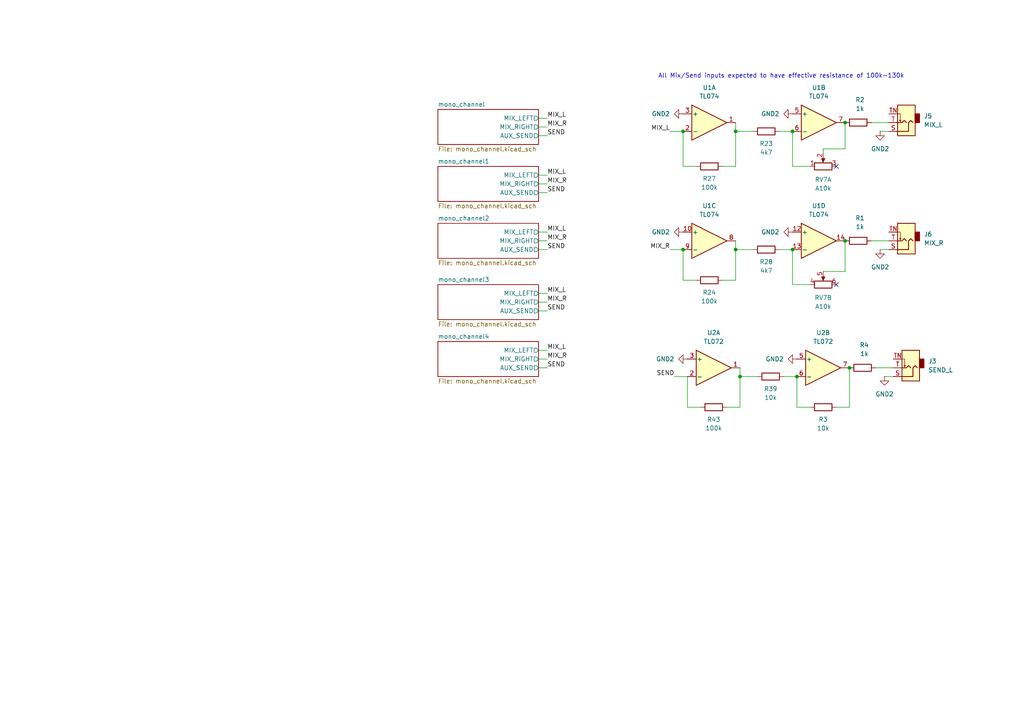
<source format=kicad_sch>
(kicad_sch (version 20231120) (generator "eeschema") (generator_version "8.0")
  (paper "A4")
  (lib_symbols
    (symbol "Connector_Audio:AudioJack2_SwitchT"
      (property "Reference" "J" (at 0 8.89 0))
      (property "Value" "AudioJack2_SwitchT" (at 0 6.35 0))
      (symbol "AudioJack2_SwitchT_0_1"
        (rectangle (start -2.54 0) (end -3.81 -2.54) (stroke (width 0.254)) (fill (type outline)))
        (polyline (pts (xy 1.778 -0.254) (xy 2.032 -0.762)))
        (polyline (pts (xy 0 0) (xy 0.635 -0.635) (xy 1.27 0) (xy 2.54 0)) (stroke (width 0.254)))
        (polyline (pts (xy 2.54 -2.54) (xy 1.778 -2.54) (xy 1.778 -0.254) (xy 1.524 -0.762)))
        (polyline (pts (xy 2.54 2.54) (xy -0.635 2.54) (xy -0.635 0) (xy -1.27 -0.635) (xy -1.905 0)) (stroke (width 0.254)))
        (rectangle (start 2.54 3.81) (end -2.54 -5.08) (stroke (width 0.254)) (fill (type background)))
      )
      (symbol "AudioJack2_SwitchT_1_1"
        (pin passive line (at 5.08 2.54 180) (length 2.54) (name "~") (number "S"))
        (pin passive line (at 5.08 0 180) (length 2.54) (name "~") (number "T"))
        (pin passive line (at 5.08 -2.54 180) (length 2.54) (name "~") (number "TN"))
      )
    )
    (symbol "Device:R" (pin_numbers hide) (pin_names (offset 0))
      (property "Reference" "R" (at 2.032 0 90))
      (property "Value" "R" (at 0 0 90))
      (symbol "R_0_1"
        (rectangle (start -1.016 -2.54) (end 1.016 2.54) (stroke (width 0.254)))
      )
      (symbol "R_1_1"
        (pin passive line (at 0 3.81 270) (length 1.27) (name "~") (number "1"))
        (pin passive line (at 0 -3.81 90) (length 1.27) (name "~") (number "2"))
      )
    )
    (symbol "Device:R_Potentiometer_Dual_Separate" (pin_names (offset 1.016) hide)
      (property "Reference" "RV" (at -4.445 0 90))
      (property "Value" "R_Potentiometer_Dual_Separate" (at -2.54 0 90))
      (symbol "R_Potentiometer_Dual_Separate_0_1"
        (polyline (pts (xy 2.54 0) (xy 1.524 0)))
        (polyline (pts (xy 1.143 0) (xy 2.286 0.508) (xy 2.286 -0.508) (xy 1.143 0)) (fill (type outline)))
        (rectangle (start 1.016 2.54) (end -1.016 -2.54) (stroke (width 0.254)))
      )
      (symbol "R_Potentiometer_Dual_Separate_1_1"
        (pin passive line (at 0 3.81 270) (length 1.27) (name "1") (number "1"))
        (pin passive line (at 3.81 0 180) (length 1.27) (name "2") (number "2"))
        (pin passive line (at 0 -3.81 90) (length 1.27) (name "3") (number "3"))
      )
      (symbol "R_Potentiometer_Dual_Separate_2_1"
        (pin passive line (at 0 3.81 270) (length 1.27) (name "4") (number "4"))
        (pin passive line (at 3.81 0 180) (length 1.27) (name "5") (number "5"))
        (pin passive line (at 0 -3.81 90) (length 1.27) (name "6") (number "6"))
      )
    )
    (symbol "KitsBlips:TL072" (pin_names (offset 0.127))
      (property "Reference" "U" (at 0 5.08 0))
      (property "Value" "TL072" (at 0 -5.08 0))
      (symbol "TL072_1_1"
        (polyline (pts (xy -5.08 5.08) (xy 5.08 0) (xy -5.08 -5.08) (xy -5.08 5.08)) (stroke (width 0.254)) (fill (type background)))
        (pin output line (at 7.62 0 180) (length 2.54) (name "~") (number "1"))
        (pin input line (at -7.62 -2.54 0) (length 2.54) (name "-") (number "2"))
        (pin input line (at -7.62 2.54 0) (length 2.54) (name "+") (number "3"))
      )
      (symbol "TL072_2_1"
        (polyline (pts (xy -5.08 5.08) (xy 5.08 0) (xy -5.08 -5.08) (xy -5.08 5.08)) (stroke (width 0.254)) (fill (type background)))
        (pin input line (at -7.62 2.54 0) (length 2.54) (name "+") (number "5"))
        (pin input line (at -7.62 -2.54 0) (length 2.54) (name "-") (number "6"))
        (pin output line (at 7.62 0 180) (length 2.54) (name "~") (number "7"))
      )
      (symbol "TL072_3_1"
        (pin power_in line (at -2.54 -7.62 90) (length 3.81) (name "V-") (number "4"))
        (pin power_in line (at -2.54 7.62 270) (length 3.81) (name "V+") (number "8"))
      )
    )
    (symbol "KitsBlips:TL074" (pin_names (offset 0.127))
      (property "Reference" "U" (at 0 5.08 0))
      (property "Value" "TL074" (at 0 -5.08 0))
      (symbol "TL074_1_1"
        (polyline (pts (xy -5.08 5.08) (xy 5.08 0) (xy -5.08 -5.08) (xy -5.08 5.08)) (stroke (width 0.254)) (fill (type background)))
        (pin output line (at 7.62 0 180) (length 2.54) (name "~") (number "1"))
        (pin input line (at -7.62 -2.54 0) (length 2.54) (name "-") (number "2"))
        (pin input line (at -7.62 2.54 0) (length 2.54) (name "+") (number "3"))
      )
      (symbol "TL074_2_1"
        (polyline (pts (xy -5.08 5.08) (xy 5.08 0) (xy -5.08 -5.08) (xy -5.08 5.08)) (stroke (width 0.254)) (fill (type background)))
        (pin input line (at -7.62 2.54 0) (length 2.54) (name "+") (number "5"))
        (pin input line (at -7.62 -2.54 0) (length 2.54) (name "-") (number "6"))
        (pin output line (at 7.62 0 180) (length 2.54) (name "~") (number "7"))
      )
      (symbol "TL074_3_1"
        (polyline (pts (xy -5.08 5.08) (xy 5.08 0) (xy -5.08 -5.08) (xy -5.08 5.08)) (stroke (width 0.254)) (fill (type background)))
        (pin input line (at -7.62 2.54 0) (length 2.54) (name "+") (number "10"))
        (pin output line (at 7.62 0 180) (length 2.54) (name "~") (number "8"))
        (pin input line (at -7.62 -2.54 0) (length 2.54) (name "-") (number "9"))
      )
      (symbol "TL074_4_1"
        (polyline (pts (xy -5.08 5.08) (xy 5.08 0) (xy -5.08 -5.08) (xy -5.08 5.08)) (stroke (width 0.254)) (fill (type background)))
        (pin input line (at -7.62 2.54 0) (length 2.54) (name "+") (number "12"))
        (pin input line (at -7.62 -2.54 0) (length 2.54) (name "-") (number "13"))
        (pin output line (at 7.62 0 180) (length 2.54) (name "~") (number "14"))
      )
      (symbol "TL074_5_1"
        (pin power_in line (at -2.54 -7.62 90) (length 3.81) (name "V-") (number "11"))
        (pin power_in line (at -2.54 7.62 270) (length 3.81) (name "V+") (number "4"))
      )
    )
    (symbol "power:GND2" (power) (pin_numbers hide) (pin_names (offset 0) hide)
      (property "Value" "GND2" (at 0 -3.81 0))
      (symbol "GND2_0_1"
        (polyline (pts (xy 0 0) (xy 0 -1.27) (xy 1.27 -1.27) (xy 0 -2.54) (xy -1.27 -1.27) (xy 0 -1.27)))
      )
      (symbol "GND2_1_1"
        (pin power_in line (at 0 0 270) (length 0) (name "~") (number "1"))
      )
    )
  )
  (junction (at 213.36 38.1))
  (junction (at 245.11 35.56))
  (junction (at 229.87 72.39))
  (junction (at 213.36 72.39))
  (junction (at 231.14 109.22))
  (junction (at 229.87 38.1))
  (junction (at 214.63 109.22))
  (junction (at 246.38 106.68))
  (junction (at 198.12 38.1))
  (junction (at 245.11 69.85))
  (junction (at 198.12 72.39))
  (no_connect (at 242.57 82.55))
  (no_connect (at 242.57 48.26))
  (wire (pts (xy 199.39 118.11) (xy 199.39 109.22)))
  (wire (pts (xy 246.38 106.68) (xy 246.38 118.11)))
  (wire (pts (xy 252.73 69.85) (xy 257.81 69.85)))
  (wire (pts (xy 156.21 104.14) (xy 158.75 104.14)))
  (wire (pts (xy 227.33 109.22) (xy 231.14 109.22)))
  (wire (pts (xy 156.21 69.85) (xy 158.75 69.85)))
  (wire (pts (xy 198.12 48.26) (xy 198.12 38.1)))
  (wire (pts (xy 209.55 81.28) (xy 213.36 81.28)))
  (wire (pts (xy 257.81 38.1) (xy 255.27 38.1)))
  (wire (pts (xy 194.31 38.1) (xy 198.12 38.1)))
  (wire (pts (xy 156.21 101.6) (xy 158.75 101.6)))
  (wire (pts (xy 156.21 39.37) (xy 158.75 39.37)))
  (wire (pts (xy 213.36 38.1) (xy 218.44 38.1)))
  (wire (pts (xy 226.06 38.1) (xy 229.87 38.1)))
  (wire (pts (xy 156.21 53.34) (xy 158.75 53.34)))
  (wire (pts (xy 245.11 69.85) (xy 245.11 78.74)))
  (wire (pts (xy 195.58 109.22) (xy 199.39 109.22)))
  (wire (pts (xy 156.21 34.29) (xy 158.75 34.29)))
  (wire (pts (xy 156.21 85.09) (xy 158.75 85.09)))
  (wire (pts (xy 257.81 72.39) (xy 255.27 72.39)))
  (wire (pts (xy 156.21 90.17) (xy 158.75 90.17)))
  (wire (pts (xy 238.76 78.74) (xy 245.11 78.74)))
  (wire (pts (xy 229.87 48.26) (xy 234.95 48.26)))
  (wire (pts (xy 214.63 106.68) (xy 214.63 109.22)))
  (wire (pts (xy 213.36 72.39) (xy 218.44 72.39)))
  (wire (pts (xy 156.21 72.39) (xy 158.75 72.39)))
  (wire (pts (xy 213.36 38.1) (xy 213.36 48.26)))
  (wire (pts (xy 156.21 106.68) (xy 158.75 106.68)))
  (wire (pts (xy 156.21 87.63) (xy 158.75 87.63)))
  (wire (pts (xy 194.31 72.39) (xy 198.12 72.39)))
  (wire (pts (xy 246.38 118.11) (xy 242.57 118.11)))
  (wire (pts (xy 213.36 81.28) (xy 213.36 72.39)))
  (wire (pts (xy 231.14 118.11) (xy 234.95 118.11)))
  (wire (pts (xy 214.63 118.11) (xy 214.63 109.22)))
  (wire (pts (xy 231.14 109.22) (xy 231.14 118.11)))
  (wire (pts (xy 156.21 55.88) (xy 158.75 55.88)))
  (wire (pts (xy 201.93 81.28) (xy 198.12 81.28)))
  (wire (pts (xy 209.55 48.26) (xy 213.36 48.26)))
  (wire (pts (xy 156.21 67.31) (xy 158.75 67.31)))
  (wire (pts (xy 156.21 36.83) (xy 158.75 36.83)))
  (wire (pts (xy 201.93 48.26) (xy 198.12 48.26)))
  (wire (pts (xy 245.11 43.18) (xy 245.11 35.56)))
  (wire (pts (xy 238.76 43.18) (xy 238.76 44.45)))
  (wire (pts (xy 213.36 35.56) (xy 213.36 38.1)))
  (wire (pts (xy 214.63 109.22) (xy 219.71 109.22)))
  (wire (pts (xy 198.12 81.28) (xy 198.12 72.39)))
  (wire (pts (xy 254 106.68) (xy 259.08 106.68)))
  (wire (pts (xy 259.08 109.22) (xy 256.54 109.22)))
  (wire (pts (xy 229.87 72.39) (xy 229.87 82.55)))
  (wire (pts (xy 213.36 69.85) (xy 213.36 72.39)))
  (wire (pts (xy 229.87 48.26) (xy 229.87 38.1)))
  (wire (pts (xy 226.06 72.39) (xy 229.87 72.39)))
  (wire (pts (xy 210.82 118.11) (xy 214.63 118.11)))
  (wire (pts (xy 203.2 118.11) (xy 199.39 118.11)))
  (wire (pts (xy 229.87 82.55) (xy 234.95 82.55)))
  (wire (pts (xy 238.76 43.18) (xy 245.11 43.18)))
  (wire (pts (xy 156.21 50.8) (xy 158.75 50.8)))
  (wire (pts (xy 252.73 35.56) (xy 257.81 35.56)))
  (text "All Mix/Send inputs expected to have effective resistance of 100k-130k" (at 226.568 22.098 0) (effects (font (size 1.27 1.27))))
  (label "MIX_R" (at 158.75 87.63 0))
  (label "SEND" (at 158.75 72.39 0))
  (label "MIX_R" (at 194.31 72.39 180))
  (label "SEND" (at 158.75 39.37 0))
  (label "MIX_R" (at 158.75 53.34 0))
  (label "SEND" (at 158.75 106.68 0))
  (label "MIX_R" (at 158.75 36.83 0))
  (label "MIX_L" (at 158.75 67.31 0))
  (label "MIX_L" (at 158.75 50.8 0))
  (label "MIX_R" (at 158.75 69.85 0))
  (label "SEND" (at 158.75 55.88 0))
  (label "SEND" (at 195.58 109.22 180))
  (label "MIX_R" (at 158.75 104.14 0))
  (label "MIX_L" (at 158.75 101.6 0))
  (label "MIX_L" (at 158.75 34.29 0))
  (label "SEND" (at 158.75 90.17 0))
  (label "MIX_L" (at 158.75 85.09 0))
  (label "MIX_L" (at 194.31 38.1 180))
  (symbol (lib_id "power:GND2") (at 255.27 38.1 0) (unit 1)
    (property "Reference" "#PWR022" (effects (hide yes)))
    (property "Value" "GND2" (at 255.27 43.18 0))
    (property "Description" "Power symbol creates a global label with name \"GND2\" , ground" (effects (hide yes)))
  )
  (symbol (lib_id "Device:R_Potentiometer_Dual_Separate") (at 238.76 48.26 90) (unit 1)
    (property "Reference" "RV7" (at 238.76 52.07 90))
    (property "Value" "A10k" (at 238.76 54.61 90))
    (property "Footprint" "KitsBlips:Potentiometer_Alpha_RD902F-40-00D_Dual_Vertical" (effects (hide yes)))
    (property "Description" "Dual potentiometer, separate units" (effects (hide yes)))
  )
  (symbol (lib_id "Device:R") (at 205.74 81.28 270) (unit 1)
    (property "Reference" "R24" (at 205.74 84.836 90))
    (property "Value" "100k" (at 205.74 87.376 90))
    (property "Footprint" "Resistor_SMD:R_0603_1608Metric_Pad0.98x0.95mm_HandSolder" (effects (hide yes)))
    (property "Description" "Resistor" (effects (hide yes)))
  )
  (symbol (lib_id "power:GND2") (at 199.39 104.14 270) (unit 1)
    (property "Reference" "#PWR014" (effects (hide yes)))
    (property "Value" "GND2" (at 195.58 104.1399 90) (effects (justify right)))
    (property "Description" "Power symbol creates a global label with name \"GND2\" , ground" (effects (hide yes)))
  )
  (symbol (lib_id "KitsBlips:TL074") (at 237.49 69.85 0) (unit 4)
    (property "Reference" "U1" (at 237.49 59.69 0))
    (property "Value" "TL074" (at 237.49 62.23 0))
    (property "Footprint" "Package_SO:SOIC-14_3.9x8.7mm_P1.27mm" (effects (hide yes)))
    (property "Datasheet" "http://www.ti.com/lit/ds/symlink/tl071.pdf" (effects (hide yes)))
    (property "Description" "Quad Low-Noise JFET-Input Operational Amplifiers, DIP-14/SOIC-14" (effects (hide yes)))
  )
  (symbol (lib_id "power:GND2") (at 256.54 109.22 0) (unit 1)
    (property "Reference" "#PWR017" (effects (hide yes)))
    (property "Value" "GND2" (at 256.54 114.3 0))
    (property "Description" "Power symbol creates a global label with name \"GND2\" , ground" (effects (hide yes)))
  )
  (symbol (lib_id "Device:R") (at 223.52 109.22 270) (unit 1)
    (property "Reference" "R39" (at 223.52 112.776 90))
    (property "Value" "10k" (at 223.52 115.316 90))
    (property "Footprint" "Resistor_SMD:R_0603_1608Metric_Pad0.98x0.95mm_HandSolder" (effects (hide yes)))
    (property "Description" "Resistor" (effects (hide yes)))
  )
  (symbol (lib_id "power:GND2") (at 198.12 33.02 270) (unit 1)
    (property "Reference" "#PWR05" (effects (hide yes)))
    (property "Value" "GND2" (at 194.31 33.0199 90) (effects (justify right)))
    (property "Description" "Power symbol creates a global label with name \"GND2\" , ground" (effects (hide yes)))
  )
  (symbol (lib_id "Device:R") (at 250.19 106.68 270) (unit 1)
    (property "Reference" "R4" (at 250.698 100.076 90))
    (property "Value" "1k" (at 250.698 102.616 90))
    (property "Footprint" "Resistor_SMD:R_0603_1608Metric_Pad0.98x0.95mm_HandSolder" (effects (hide yes)))
    (property "Description" "Resistor" (effects (hide yes)))
  )
  (symbol (lib_id "power:GND2") (at 255.27 72.39 0) (unit 1)
    (property "Reference" "#PWR028" (effects (hide yes)))
    (property "Value" "GND2" (at 255.27 77.47 0))
    (property "Description" "Power symbol creates a global label with name \"GND2\" , ground" (effects (hide yes)))
  )
  (symbol (lib_id "Device:R") (at 207.01 118.11 270) (unit 1)
    (property "Reference" "R43" (at 207.01 121.666 90))
    (property "Value" "100k" (at 207.01 124.206 90))
    (property "Footprint" "Resistor_SMD:R_0603_1608Metric_Pad0.98x0.95mm_HandSolder" (effects (hide yes)))
    (property "Description" "Resistor" (effects (hide yes)))
  )
  (symbol (lib_id "Device:R") (at 248.92 69.85 270) (unit 1)
    (property "Reference" "R1" (at 249.428 63.246 90))
    (property "Value" "1k" (at 249.428 65.786 90))
    (property "Footprint" "Resistor_SMD:R_0603_1608Metric_Pad0.98x0.95mm_HandSolder" (effects (hide yes)))
    (property "Description" "Resistor" (effects (hide yes)))
  )
  (symbol (lib_id "Device:R") (at 248.92 35.56 270) (unit 1)
    (property "Reference" "R2" (at 249.428 28.956 90))
    (property "Value" "1k" (at 249.428 31.496 90))
    (property "Footprint" "Resistor_SMD:R_0603_1608Metric_Pad0.98x0.95mm_HandSolder" (effects (hide yes)))
    (property "Description" "Resistor" (effects (hide yes)))
  )
  (symbol (lib_id "Connector_Audio:AudioJack2_SwitchT") (at 262.89 69.85 180) (unit 1)
    (property "Reference" "J6" (at 267.97 67.9449 0) (effects (justify right)))
    (property "Value" "MIX_R" (at 267.97 70.4849 0) (effects (justify right)))
    (property "Footprint" "KitsBlips:Jack_3.5mm_QingPu_WQP-PJ398SM_Vertical_CircularHoles" (effects (hide yes)))
    (property "Description" "Audio Jack, 2 Poles (Mono / TS), Switched T Pole (Normalling)" (effects (hide yes)))
  )
  (symbol (lib_id "power:GND2") (at 198.12 67.31 270) (unit 1)
    (property "Reference" "#PWR07" (effects (hide yes)))
    (property "Value" "GND2" (at 194.31 67.3099 90) (effects (justify right)))
    (property "Description" "Power symbol creates a global label with name \"GND2\" , ground" (effects (hide yes)))
  )
  (symbol (lib_id "Connector_Audio:AudioJack2_SwitchT") (at 264.16 106.68 180) (unit 1)
    (property "Reference" "J3" (at 269.24 104.7749 0) (effects (justify right)))
    (property "Value" "SEND_L" (at 269.24 107.3149 0) (effects (justify right)))
    (property "Footprint" "KitsBlips:Jack_3.5mm_QingPu_WQP-PJ398SM_Vertical_CircularHoles" (effects (hide yes)))
    (property "Description" "Audio Jack, 2 Poles (Mono / TS), Switched T Pole (Normalling)" (effects (hide yes)))
  )
  (symbol (lib_id "Device:R") (at 222.25 72.39 270) (unit 1)
    (property "Reference" "R28" (at 222.25 75.946 90))
    (property "Value" "4k7" (at 222.25 78.486 90))
    (property "Footprint" "Resistor_SMD:R_0603_1608Metric_Pad0.98x0.95mm_HandSolder" (effects (hide yes)))
    (property "Description" "Resistor" (effects (hide yes)))
  )
  (symbol (lib_id "Device:R_Potentiometer_Dual_Separate") (at 238.76 82.55 90) (unit 2)
    (property "Reference" "RV7" (at 238.76 86.36 90))
    (property "Value" "A10k" (at 238.76 88.9 90))
    (property "Footprint" "KitsBlips:Potentiometer_Alpha_RD902F-40-00D_Dual_Vertical" (effects (hide yes)))
    (property "Description" "Dual potentiometer, separate units" (effects (hide yes)))
  )
  (symbol (lib_id "Device:R") (at 238.76 118.11 270) (unit 1)
    (property "Reference" "R3" (at 238.76 121.666 90))
    (property "Value" "10k" (at 238.76 124.206 90))
    (property "Footprint" "Resistor_SMD:R_0603_1608Metric_Pad0.98x0.95mm_HandSolder" (effects (hide yes)))
    (property "Description" "Resistor" (effects (hide yes)))
  )
  (symbol (lib_id "power:GND2") (at 231.14 104.14 270) (unit 1)
    (property "Reference" "#PWR016" (effects (hide yes)))
    (property "Value" "GND2" (at 227.33 104.1399 90) (effects (justify right)))
    (property "Description" "Power symbol creates a global label with name \"GND2\" , ground" (effects (hide yes)))
  )
  (symbol (lib_id "KitsBlips:TL072") (at 207.01 106.68 0) (unit 1)
    (property "Reference" "U2" (at 207.01 96.52 0))
    (property "Value" "TL072" (at 207.01 99.06 0))
    (property "Footprint" "Package_SO:SOIC-8_3.9x4.9mm_P1.27mm" (effects (hide yes)))
    (property "Datasheet" "http://www.ti.com/lit/ds/symlink/tl071.pdf" (effects (hide yes)))
    (property "Description" "Dual Low-Noise JFET-Input Operational Amplifiers, DIP-8/SOIC-8" (effects (hide yes)))
  )
  (symbol (lib_id "Device:R") (at 222.25 38.1 270) (unit 1)
    (property "Reference" "R23" (at 222.25 41.656 90))
    (property "Value" "4k7" (at 222.25 44.196 90))
    (property "Footprint" "Resistor_SMD:R_0603_1608Metric_Pad0.98x0.95mm_HandSolder" (effects (hide yes)))
    (property "Description" "Resistor" (effects (hide yes)))
  )
  (symbol (lib_id "KitsBlips:TL074") (at 205.74 69.85 0) (unit 3)
    (property "Reference" "U1" (at 205.74 59.69 0))
    (property "Value" "TL074" (at 205.74 62.23 0))
    (property "Footprint" "Package_SO:SOIC-14_3.9x8.7mm_P1.27mm" (effects (hide yes)))
    (property "Datasheet" "http://www.ti.com/lit/ds/symlink/tl071.pdf" (effects (hide yes)))
    (property "Description" "Quad Low-Noise JFET-Input Operational Amplifiers, DIP-14/SOIC-14" (effects (hide yes)))
  )
  (symbol (lib_id "KitsBlips:TL074") (at 237.49 35.56 0) (unit 2)
    (property "Reference" "U1" (at 237.49 25.4 0))
    (property "Value" "TL074" (at 237.49 27.94 0))
    (property "Footprint" "Package_SO:SOIC-14_3.9x8.7mm_P1.27mm" (effects (hide yes)))
    (property "Datasheet" "http://www.ti.com/lit/ds/symlink/tl071.pdf" (effects (hide yes)))
    (property "Description" "Quad Low-Noise JFET-Input Operational Amplifiers, DIP-14/SOIC-14" (effects (hide yes)))
  )
  (symbol (lib_id "power:GND2") (at 229.87 67.31 270) (unit 1)
    (property "Reference" "#PWR020" (effects (hide yes)))
    (property "Value" "GND2" (at 226.06 67.3099 90) (effects (justify right)))
    (property "Description" "Power symbol creates a global label with name \"GND2\" , ground" (effects (hide yes)))
  )
  (symbol (lib_id "Connector_Audio:AudioJack2_SwitchT") (at 262.89 35.56 180) (unit 1)
    (property "Reference" "J5" (at 267.97 33.6549 0) (effects (justify right)))
    (property "Value" "MIX_L" (at 267.97 36.1949 0) (effects (justify right)))
    (property "Footprint" "KitsBlips:Jack_3.5mm_QingPu_WQP-PJ398SM_Vertical_CircularHoles" (effects (hide yes)))
    (property "Description" "Audio Jack, 2 Poles (Mono / TS), Switched T Pole (Normalling)" (effects (hide yes)))
  )
  (symbol (lib_id "power:GND2") (at 229.87 33.02 270) (unit 1)
    (property "Reference" "#PWR019" (effects (hide yes)))
    (property "Value" "GND2" (at 226.06 33.0199 90) (effects (justify right)))
    (property "Description" "Power symbol creates a global label with name \"GND2\" , ground" (effects (hide yes)))
  )
  (symbol (lib_id "Device:R") (at 205.74 48.26 270) (unit 1)
    (property "Reference" "R27" (at 205.74 51.816 90))
    (property "Value" "100k" (at 205.74 54.356 90))
    (property "Footprint" "Resistor_SMD:R_0603_1608Metric_Pad0.98x0.95mm_HandSolder" (effects (hide yes)))
    (property "Description" "Resistor" (effects (hide yes)))
  )
  (symbol (lib_id "KitsBlips:TL074") (at 205.74 35.56 0) (unit 1)
    (property "Reference" "U1" (at 205.74 25.4 0))
    (property "Value" "TL074" (at 205.74 27.94 0))
    (property "Footprint" "Package_SO:SOIC-14_3.9x8.7mm_P1.27mm" (effects (hide yes)))
    (property "Datasheet" "http://www.ti.com/lit/ds/symlink/tl071.pdf" (effects (hide yes)))
    (property "Description" "Quad Low-Noise JFET-Input Operational Amplifiers, DIP-14/SOIC-14" (effects (hide yes)))
  )
  (symbol (lib_id "KitsBlips:TL072") (at 238.76 106.68 0) (unit 2)
    (property "Reference" "U2" (at 238.76 96.52 0))
    (property "Value" "TL072" (at 238.76 99.06 0))
    (property "Footprint" "Package_SO:SOIC-8_3.9x4.9mm_P1.27mm" (effects (hide yes)))
    (property "Datasheet" "http://www.ti.com/lit/ds/symlink/tl071.pdf" (effects (hide yes)))
    (property "Description" "Dual Low-Noise JFET-Input Operational Amplifiers, DIP-8/SOIC-8" (effects (hide yes)))
  )
  (sheet (at 127 64.77) (size 29.21 10.16) (stroke (width 0.1524))
    (property "Sheetname" "mono_channel2" (at 127 64.0584 0) (effects (justify left bottom)))
    (property "Sheetfile" "mono_channel.kicad_sch" (at 127 75.5146 0) (effects (justify left top)))
    (pin "MIX_RIGHT" output (at 156.21 69.85 0))
    (pin "MIX_LEFT" output (at 156.21 67.31 0))
    (pin "AUX_SEND" output (at 156.21 72.39 0))
  )
  (sheet (at 127 82.55) (size 29.21 10.16) (stroke (width 0.1524))
    (property "Sheetname" "mono_channel3" (at 127 81.8384 0) (effects (justify left bottom)))
    (property "Sheetfile" "mono_channel.kicad_sch" (at 127 93.2946 0) (effects (justify left top)))
    (pin "MIX_RIGHT" output (at 156.21 87.63 0))
    (pin "MIX_LEFT" output (at 156.21 85.09 0))
    (pin "AUX_SEND" output (at 156.21 90.17 0))
  )
  (sheet (at 127 31.75) (size 29.21 10.16) (stroke (width 0.1524))
    (property "Sheetname" "mono_channel" (at 127 31.0384 0) (effects (justify left bottom)))
    (property "Sheetfile" "mono_channel.kicad_sch" (at 127 42.4946 0) (effects (justify left top)))
    (pin "MIX_RIGHT" output (at 156.21 36.83 0))
    (pin "MIX_LEFT" output (at 156.21 34.29 0))
    (pin "AUX_SEND" output (at 156.21 39.37 0))
  )
  (sheet (at 127 48.26) (size 29.21 10.16) (stroke (width 0.1524))
    (property "Sheetname" "mono_channel1" (at 127 47.5484 0) (effects (justify left bottom)))
    (property "Sheetfile" "mono_channel.kicad_sch" (at 127 59.0046 0) (effects (justify left top)))
    (pin "MIX_RIGHT" output (at 156.21 53.34 0))
    (pin "MIX_LEFT" output (at 156.21 50.8 0))
    (pin "AUX_SEND" output (at 156.21 55.88 0))
  )
  (sheet (at 127 99.06) (size 29.21 10.16) (stroke (width 0.1524))
    (property "Sheetname" "mono_channel4" (at 127 98.3484 0) (effects (justify left bottom)))
    (property "Sheetfile" "mono_channel.kicad_sch" (at 127 109.8046 0) (effects (justify left top)))
    (pin "MIX_RIGHT" output (at 156.21 104.14 0))
    (pin "MIX_LEFT" output (at 156.21 101.6 0))
    (pin "AUX_SEND" output (at 156.21 106.68 0))
  )
)
</source>
